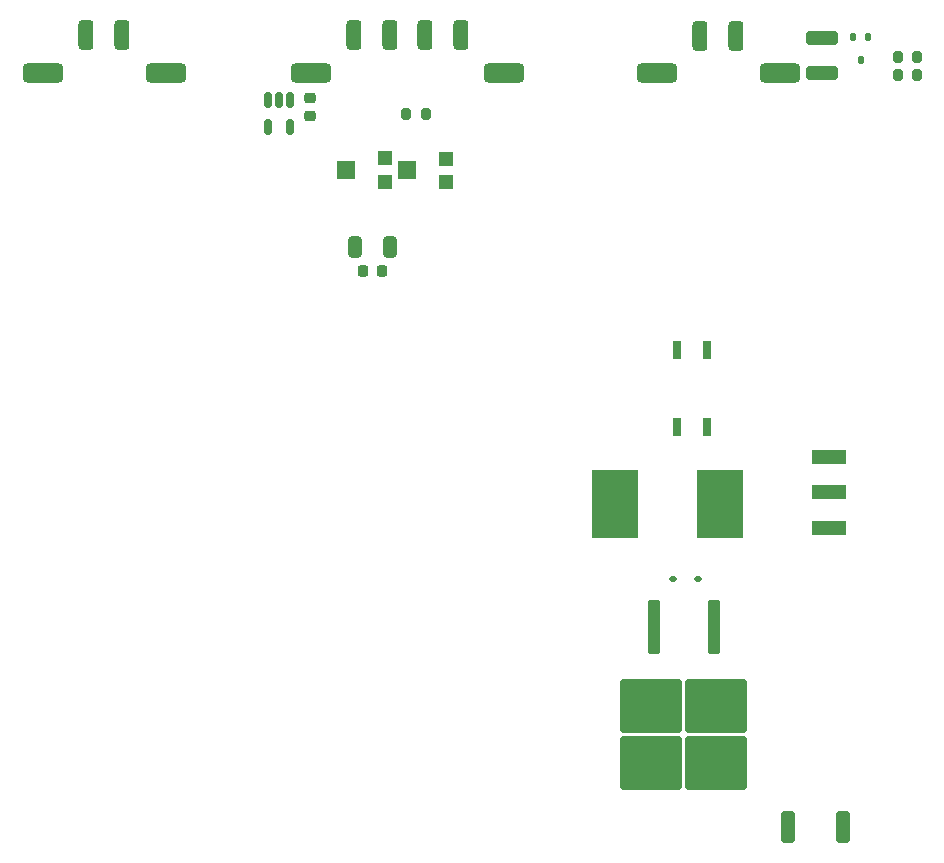
<source format=gbr>
%TF.GenerationSoftware,KiCad,Pcbnew,8.0.6*%
%TF.CreationDate,2025-02-06T23:23:13+01:00*%
%TF.ProjectId,TDK_DCDC_pcb,54444b5f-4443-4444-935f-7063622e6b69,rev?*%
%TF.SameCoordinates,Original*%
%TF.FileFunction,Paste,Top*%
%TF.FilePolarity,Positive*%
%FSLAX46Y46*%
G04 Gerber Fmt 4.6, Leading zero omitted, Abs format (unit mm)*
G04 Created by KiCad (PCBNEW 8.0.6) date 2025-02-06 23:23:13*
%MOMM*%
%LPD*%
G01*
G04 APERTURE LIST*
G04 Aperture macros list*
%AMRoundRect*
0 Rectangle with rounded corners*
0 $1 Rounding radius*
0 $2 $3 $4 $5 $6 $7 $8 $9 X,Y pos of 4 corners*
0 Add a 4 corners polygon primitive as box body*
4,1,4,$2,$3,$4,$5,$6,$7,$8,$9,$2,$3,0*
0 Add four circle primitives for the rounded corners*
1,1,$1+$1,$2,$3*
1,1,$1+$1,$4,$5*
1,1,$1+$1,$6,$7*
1,1,$1+$1,$8,$9*
0 Add four rect primitives between the rounded corners*
20,1,$1+$1,$2,$3,$4,$5,0*
20,1,$1+$1,$4,$5,$6,$7,0*
20,1,$1+$1,$6,$7,$8,$9,0*
20,1,$1+$1,$8,$9,$2,$3,0*%
G04 Aperture macros list end*
%ADD10RoundRect,0.250000X-1.100000X0.325000X-1.100000X-0.325000X1.100000X-0.325000X1.100000X0.325000X0*%
%ADD11RoundRect,0.200000X-0.200000X-0.275000X0.200000X-0.275000X0.200000X0.275000X-0.200000X0.275000X0*%
%ADD12RoundRect,0.412500X-1.302500X-0.412500X1.302500X-0.412500X1.302500X0.412500X-1.302500X0.412500X0*%
%ADD13RoundRect,0.317500X-0.317500X-0.952500X0.317500X-0.952500X0.317500X0.952500X-0.317500X0.952500X0*%
%ADD14R,1.200000X1.200000*%
%ADD15R,1.500000X1.600000*%
%ADD16R,4.000000X5.800000*%
%ADD17RoundRect,0.250000X-0.325000X-0.650000X0.325000X-0.650000X0.325000X0.650000X-0.325000X0.650000X0*%
%ADD18RoundRect,0.225000X-0.225000X-0.250000X0.225000X-0.250000X0.225000X0.250000X-0.225000X0.250000X0*%
%ADD19RoundRect,0.112500X-0.187500X-0.112500X0.187500X-0.112500X0.187500X0.112500X-0.187500X0.112500X0*%
%ADD20RoundRect,0.112500X0.112500X0.237500X-0.112500X0.237500X-0.112500X-0.237500X0.112500X-0.237500X0*%
%ADD21R,2.920000X1.270000*%
%ADD22RoundRect,0.250000X0.362500X1.075000X-0.362500X1.075000X-0.362500X-1.075000X0.362500X-1.075000X0*%
%ADD23R,0.700000X1.550000*%
%ADD24RoundRect,0.250000X-2.375000X2.025000X-2.375000X-2.025000X2.375000X-2.025000X2.375000X2.025000X0*%
%ADD25RoundRect,0.275000X-0.275000X2.025000X-0.275000X-2.025000X0.275000X-2.025000X0.275000X2.025000X0*%
%ADD26RoundRect,0.225000X0.250000X-0.225000X0.250000X0.225000X-0.250000X0.225000X-0.250000X-0.225000X0*%
%ADD27RoundRect,0.150000X-0.150000X0.512500X-0.150000X-0.512500X0.150000X-0.512500X0.150000X0.512500X0*%
G04 APERTURE END LIST*
D10*
%TO.C,C7*%
X177600000Y-63246000D03*
X177600000Y-66196002D03*
%TD*%
D11*
%TO.C,R3*%
X183975000Y-64800000D03*
X185625000Y-64800000D03*
%TD*%
D12*
%TO.C,J1*%
X163583000Y-66210000D03*
X173983000Y-66210000D03*
D13*
X170283000Y-63010000D03*
X167283000Y-63010000D03*
%TD*%
D14*
%TO.C,R7*%
X145720000Y-75420000D03*
D15*
X142470000Y-74420000D03*
D14*
X145720000Y-73420000D03*
%TD*%
D16*
%TO.C,F3*%
X168925000Y-102659177D03*
X160025000Y-102659177D03*
%TD*%
D17*
%TO.C,C4*%
X138025000Y-80921677D03*
X140975000Y-80921677D03*
%TD*%
D18*
%TO.C,C5*%
X138750000Y-82984177D03*
X140300000Y-82984177D03*
%TD*%
D19*
%TO.C,D3*%
X164950000Y-109000000D03*
X167050000Y-109000000D03*
%TD*%
D11*
%TO.C,R4*%
X142360000Y-69647500D03*
X144010000Y-69647500D03*
%TD*%
D12*
%TO.C,J3*%
X111600000Y-66160000D03*
X122000000Y-66160000D03*
D13*
X118300000Y-62960000D03*
X115300000Y-62960000D03*
%TD*%
D20*
%TO.C,D4*%
X181513000Y-63119000D03*
X180213000Y-63119000D03*
X180863000Y-65119000D03*
%TD*%
D21*
%TO.C,HV_in1*%
X178170000Y-101690000D03*
X178170000Y-98690000D03*
X178170000Y-104690000D03*
%TD*%
D22*
%TO.C,R5*%
X179312499Y-130000000D03*
X174687501Y-130000000D03*
%TD*%
D23*
%TO.C,U2*%
X167870000Y-89650000D03*
X165330000Y-89650000D03*
X165330000Y-96150000D03*
X167870000Y-96150000D03*
%TD*%
D14*
%TO.C,R6*%
X140560000Y-75410000D03*
D15*
X137310000Y-74410000D03*
D14*
X140560000Y-73410000D03*
%TD*%
D24*
%TO.C,Q1*%
X168635000Y-119790000D03*
X163085000Y-119790000D03*
X168635000Y-124640000D03*
X163085000Y-124640000D03*
D25*
X168400000Y-113065000D03*
X163320000Y-113065000D03*
%TD*%
D12*
%TO.C,J2*%
X134294000Y-66167000D03*
X150694000Y-66167000D03*
D13*
X146994000Y-62967000D03*
X143994000Y-62967000D03*
X140994000Y-62967000D03*
X137994000Y-62967000D03*
%TD*%
D11*
%TO.C,R1*%
X183980000Y-66340000D03*
X185630000Y-66340000D03*
%TD*%
D26*
%TO.C,C12*%
X134260000Y-69845000D03*
X134260000Y-68295000D03*
%TD*%
D27*
%TO.C,U4*%
X132569999Y-68502500D03*
X131620000Y-68502500D03*
X130670001Y-68502500D03*
X130670001Y-70777500D03*
X132569999Y-70777500D03*
%TD*%
M02*

</source>
